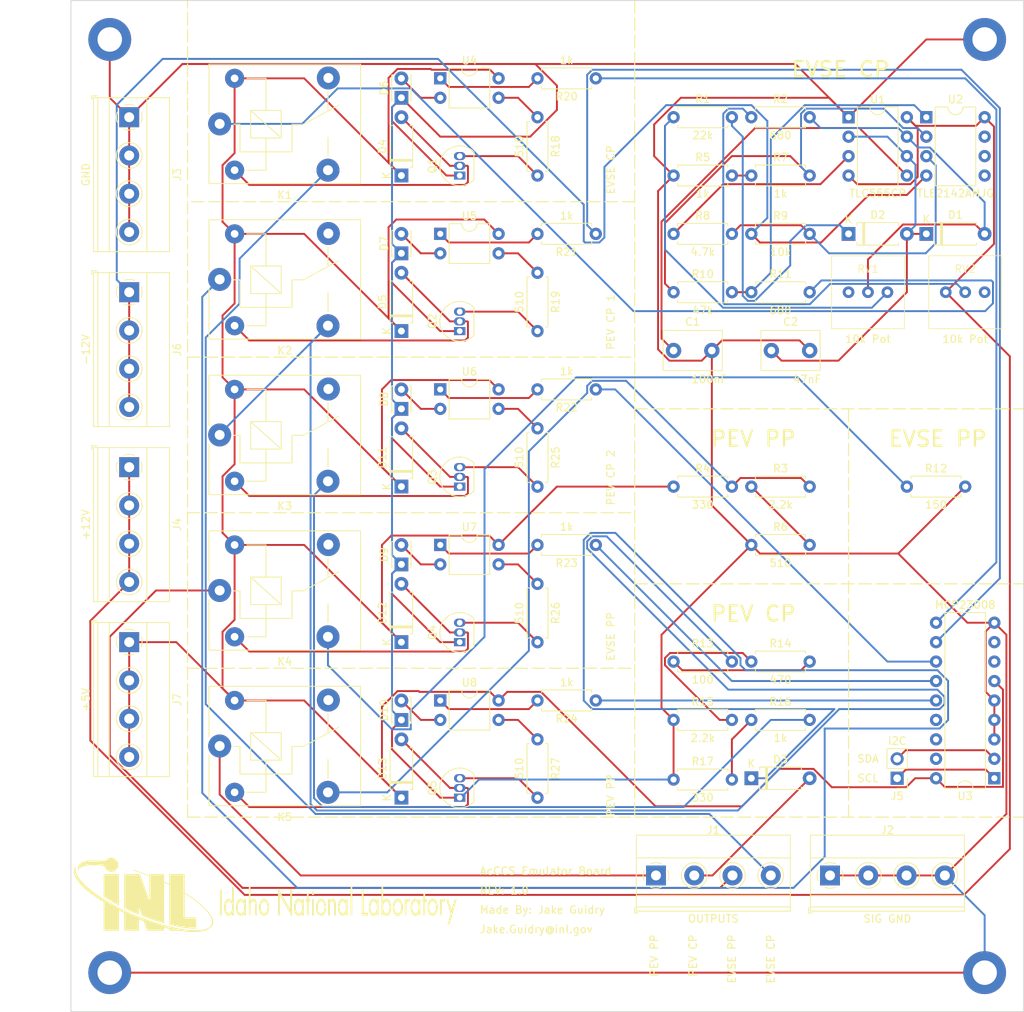
<source format=kicad_pcb>
(kicad_pcb (version 20221018) (generator pcbnew)
  (layers (0 "F.Cu" signal) (31 "B.Cu" signal) (34 "B.Paste" user) (35 "F.Paste" user) (36 "B.SilkS" user "B.Silkscreen") (37 "F.SilkS" user "F.Silkscreen") (38 "B.Mask" user) (39 "F.Mask" user) (44 "Edge.Cuts" user))
  (net 0 "")
  (net 1 "Net-(U1-CTL)")
  (net 2 "Net-(D1-K)")
  (net 3 "Net-(D1-A)")
  (net 4 "Net-(D2-K)")
  (net 5 "Net-(U2--)")
  (net 6 "Net-(U1-OUT)")
  (net 7 "Net-(U2-+)")
  (net 8 "Net-(R1-Pad1)")
  (net 9 "Net-(R2-Pad1)")
  (net 10 "Net-(J1-Pin_3)")
  (net 11 "Net-(J1-Pin_1)")
  (net 12 "Net-(J4-Pin_1)")
  (net 13 "Net-(J1-Pin_4)")
  (net 14 "Net-(D3-K)")
  (net 15 "Net-(D3-A)")
  (net 16 "Net-(J5-Pin_1)")
  (net 17 "Net-(J6-Pin_1)")
  (net 18 "Net-(J5-Pin_2)")
  (net 19 "Net-(R10-Pad2)")
  (net 20 "Net-(K1-Pad1)")
  (net 21 "Net-(D4-A)")
  (net 22 "Net-(D5-A)")
  (net 23 "Net-(D6-A)")
  (net 24 "Net-(D7-A)")
  (net 25 "Net-(D8-A)")
  (net 26 "Net-(D9-A)")
  (net 27 "Net-(D10-K)")
  (net 28 "Net-(D10-A)")
  (net 29 "Net-(D11-K)")
  (net 30 "Net-(D11-A)")
  (net 31 "Net-(D12-A)")
  (net 32 "Net-(D13-A)")
  (net 33 "Net-(K2-Pad3)")
  (net 34 "Net-(K3-Pad3)")
  (net 36 "Net-(K4-Pad3)")
  (net 37 "Net-(K5-Pad3)")
  (net 39 "Net-(R3-Pad1)")
  (net 40 "Net-(R5-Pad2)")
  (net 42 "Net-(R13-Pad1)")
  (net 43 "Net-(R19-Pad1)")
  (net 45 "Net-(U3-GP0)")
  (net 46 "Net-(R20-Pad2)")
  (net 48 "Net-(Q1-B)")
  (net 49 "Net-(Q2-B)")
  (net 50 "Net-(Q3-B)")
  (net 51 "Net-(Q4-B)")
  (net 52 "Net-(Q5-B)")
  (net 53 "Net-(R14-Pad1)")
  (net 54 "Net-(U3-GP1)")
  (net 55 "Net-(R16-Pad1)")
  (net 56 "Net-(R21-Pad2)")
  (net 57 "Net-(R18-Pad1)")
  (net 58 "Net-(U3-GP2)")
  (net 59 "Net-(R22-Pad2)")
  (net 60 "Net-(U3-GP3)")
  (net 61 "Net-(R23-Pad2)")
  (net 62 "Net-(U3-GP4)")
  (net 63 "Net-(R24-Pad2)")
  (net 64 "Net-(R25-Pad1)")
  (net 65 "Net-(R26-Pad1)")
  (net 66 "Net-(R27-Pad1)")
  (footprint "Resistor_THT:R_Axial_DIN0207_L6.3mm_D2.5mm_P7.62mm_Horizontal" (layer "F.Cu") (at 162.56 45.72)
    (fp_text reference "R5")
    (fp_text value "1k")
  )
  (footprint "Package_DIP:DIP-18_W7.62mm" (layer "F.Cu") (at 204.47 124.46 180)
    (fp_text reference "U3")
    (fp_text value "MCP23008")
  )
  (footprint "Diode_THT:D_A-405_P7.62mm_Horizontal" (layer "F.Cu") (at 127 127 90)
    (fp_text reference "D13")
    (fp_text value "~" hide)
  )
  (footprint "Package_DIP:DIP-8_W7.62mm" (layer "F.Cu") (at 195.58 38.1)
    (fp_text reference "U2")
    (fp_text value "TLE2142AMJG")
  )
  (footprint "Package_DIP:DIP-4_W7.62mm" (layer "F.Cu") (at 132.08 114.3)
    (fp_text reference "U8")
    (fp_text value "SFH617A-1")
  )
  (footprint "Resistor_THT:R_Axial_DIN0207_L6.3mm_D2.5mm_P7.62mm_Horizontal" (layer "F.Cu") (at 172.72 53.34)
    (fp_text reference "R9")
    (fp_text value "10k")
  )
  (footprint "Diode_THT:D_A-405_P7.62mm_Horizontal" (layer "F.Cu") (at 127 45.72 90)
    (fp_text reference "D4")
    (fp_text value "~" hide)
  )
  (footprint "Resistor_THT:R_Axial_DIN0207_L6.3mm_D2.5mm_P7.62mm_Horizontal" (layer "F.Cu") (at 144.78 119.38 -90)
    (fp_text reference "R27")
    (fp_text value "510")
  )
  (footprint "Resistor_THT:R_Axial_DIN0207_L6.3mm_D2.5mm_P7.62mm_Horizontal" (layer "F.Cu") (at 144.78 38.1 -90)
    (fp_text reference "R18")
    (fp_text value "510")
  )
  (footprint "Resistor_THT:R_Axial_DIN0207_L6.3mm_D2.5mm_P7.62mm_Horizontal" (layer "F.Cu") (at 144.78 99.06 -90)
    (fp_text reference "R26")
    (fp_text value "510")
  )
  (footprint "CustomFootprints:10K_TrimPot" (layer "F.Cu") (at 187.96 60.96)
    (fp_text reference "RV1")
    (fp_text value "10k Pot")
  )
  (footprint "Resistor_THT:R_Axial_DIN0207_L6.3mm_D2.5mm_P7.62mm_Horizontal" (layer "F.Cu") (at 193.04 86.36)
    (fp_text reference "R12")
    (fp_text value "150")
  )
  (footprint "Diode_THT:D_A-405_P7.62mm_Horizontal" (layer "F.Cu") (at 127 106.68 90)
    (fp_text reference "D12")
    (fp_text value "~" hide)
  )
  (footprint "Relay_THT:Relay_SPDT_SANYOU_SRD_Series_Form_C" (layer "F.Cu") (at 103.26 79.61)
    (fp_text reference "K3")
    (fp_text value "ORWH-SH-105D1F,000")
  )
  (footprint "Resistor_THT:R_Axial_DIN0207_L6.3mm_D2.5mm_P7.62mm_Horizontal" (layer "F.Cu") (at 162.56 53.34)
    (fp_text reference "R8")
    (fp_text value "4.7k")
  )
  (footprint "CustomFootprints:10K_TrimPot" (layer "F.Cu") (at 200.66 60.96)
    (fp_text reference "RV2")
    (fp_text value "10k Pot")
  )
  (footprint "TerminalBlock_Phoenix:TerminalBlock_Phoenix_MKDS-1,5-4_1x04_P5.00mm_Horizontal" (layer "F.Cu") (at 160.26 137.16)
    (fp_text reference "J1")
    (fp_text value "OUTPUTS")
  )
  (footprint "" (layer "F.Cu") (at 203.2 27.94)
    (fp_text reference "")
    (fp_text value "")
  )
  (footprint "TerminalBlock_Phoenix:TerminalBlock_Phoenix_MKDS-1,5-4_1x04_P5.00mm_Horizontal" (layer "F.Cu") (at 91.44 60.96 -90)
    (fp_text reference "J6")
    (fp_text value "-12V")
  )
  (footprint "Resistor_THT:R_Axial_DIN0207_L6.3mm_D2.5mm_P7.62mm_Horizontal" (layer "F.Cu") (at 152.4 33.02 180)
    (fp_text reference "R20")
    (fp_text value "1k")
  )
  (footprint "TerminalBlock_Phoenix:TerminalBlock_Phoenix_MKDS-1,5-4_1x04_P5.00mm_Horizontal" (layer "F.Cu") (at 91.44 83.82 -90)
    (fp_text reference "J4")
    (fp_text value "+12V")
  )
  (footprint "Resistor_THT:R_Axial_DIN0207_L6.3mm_D2.5mm_P7.62mm_Horizontal" (layer "F.Cu") (at 172.72 86.36)
    (fp_text reference "R3")
    (fp_text value "2.2k")
  )
  (footprint "Package_DIP:DIP-4_W7.62mm" (layer "F.Cu") (at 132.08 53.34)
    (fp_text reference "U5")
    (fp_text value "SFH617A-1")
  )
  (footprint "Relay_THT:Relay_SPDT_SANYOU_SRD_Series_Form_C" (layer "F.Cu") (at 103.26 120.25)
    (fp_text reference "K5")
    (fp_text value "ORWH-SH-105D1F,000")
  )
  (footprint "Resistor_THT:R_Axial_DIN0207_L6.3mm_D2.5mm_P7.62mm_Horizontal" (layer "F.Cu") (at 152.4 73.66 180)
    (fp_text reference "R22")
    (fp_text value "1k")
  )
  (footprint "Resistor_THT:R_Axial_DIN0207_L6.3mm_D2.5mm_P7.62mm_Horizontal" (layer "F.Cu") (at 144.78 78.74 -90)
    (fp_text reference "R25")
    (fp_text value "510")
  )
  (footprint "Capacitor_THT:C_Disc_D7.5mm_W5.0mm_P5.00mm" (layer "F.Cu") (at 175.34 68.58)
    (fp_text reference "C2")
    (fp_text value "47nF")
  )
  (footprint "Package_TO_SOT_THT:TO-92_Inline" (layer "F.Cu") (at 134.62 106.68 90)
    (fp_text reference "Q4")
    (fp_text value "2SC1815")
  )
  (footprint "Resistor_THT:R_Axial_DIN0207_L6.3mm_D2.5mm_P7.62mm_Horizontal" (layer "F.Cu") (at 162.56 86.36)
    (fp_text reference "R4")
    (fp_text value "330")
  )
  (footprint "Package_DIP:DIP-4_W7.62mm" (layer "F.Cu") (at 132.08 33.02)
    (fp_text reference "U4")
    (fp_text value "SFH617A-1")
  )
  (footprint "Diode_THT:D_A-405_P7.62mm_Horizontal" (layer "F.Cu") (at 127 86.36 90)
    (fp_text reference "D11")
    (fp_text value "~" hide)
  )
  (footprint "Resistor_THT:R_Axial_DIN0207_L6.3mm_D2.5mm_P7.62mm_Horizontal" (layer "F.Cu") (at 172.72 116.84)
    (fp_text reference "R16")
    (fp_text value "1k")
  )
  (footprint "Connector_PinHeader_2.54mm:PinHeader_1x02_P2.54mm_Vertical" (layer "F.Cu") (at 191.77 124.46 180)
    (fp_text reference "J5")
    (fp_text value "I2C")
  )
  (footprint "Resistor_THT:R_Axial_DIN0207_L6.3mm_D2.5mm_P7.62mm_Horizontal" (layer "F.Cu") (at 172.72 93.98)
    (fp_text reference "R6")
    (fp_text value "510")
  )
  (footprint "TerminalBlock_Phoenix:TerminalBlock_Phoenix_MKDS-1,5-4_1x04_P5.00mm_Horizontal" (layer "F.Cu") (at 183 137.16)
    (fp_text reference "J2")
    (fp_text value "SIG GND")
  )
  (footprint "Diode_THT:D_A-405_P7.62mm_Horizontal" (layer "F.Cu") (at 185.42 53.34)
    (fp_text reference "D2")
    (fp_text value "~" hide)
  )
  (footprint "Relay_THT:Relay_SPDT_SANYOU_SRD_Series_Form_C" (layer "F.Cu") (at 103.26 99.93)
    (fp_text reference "K4")
    (fp_text value "ORWH-SH-105D1F,000")
  )
  (footprint "Resistor_THT:R_Axial_DIN0207_L6.3mm_D2.5mm_P7.62mm_Horizontal" (layer "F.Cu") (at 172.72 109.22)
    (fp_text reference "R14")
    (fp_text value "470")
  )
  (footprint "Package_TO_SOT_THT:TO-92_Inline" (layer "F.Cu") (at 134.62 45.72 90)
    (fp_text reference "Q1")
    (fp_text value "2SC1815")
  )
  (footprint "LED_THT:LED_D1.8mm_W3.3mm_H2.4mm" (layer "F.Cu") (at 127 96.52 90)
    (fp_text reference "D9")
    (fp_text value "LED")
  )
  (footprint "Resistor_THT:R_Axial_DIN0207_L6.3mm_D2.5mm_P7.62mm_Horizontal" (layer "F.Cu") (at 162.56 116.84)
    (fp_text reference "R15")
    (fp_text value "2.2k")
  )
  (footprint "LED_THT:LED_D1.8mm_W3.3mm_H2.4mm" (layer "F.Cu") (at 127 55.88 90)
    (fp_text reference "D7")
    (fp_text value "LED")
  )
  (footprint "Resistor_THT:R_Axial_DIN0207_L6.3mm_D2.5mm_P7.62mm_Horizontal" (layer "F.Cu") (at 162.56 124.63)
    (fp_text reference "R17")
    (fp_text value "330")
  )
  (footprint "Package_TO_SOT_THT:TO-92_Inline" (layer "F.Cu") (at 134.62 66.04 90)
    (fp_text reference "Q2")
    (fp_text value "2SC1815")
  )
  (footprint "Resistor_THT:R_Axial_DIN0207_L6.3mm_D2.5mm_P7.62mm_Horizontal" (layer "F.Cu") (at 162.56 60.96)
    (fp_text reference "R10")
    (fp_text value "47k")
  )
  (footprint "LED_THT:LED_D1.8mm_W3.3mm_H2.4mm" (layer "F.Cu") (at 127 76.2 90)
    (fp_text reference "D8")
    (fp_text value "LED")
  )
  (footprint "Package_TO_SOT_THT:TO-92_Inline" (layer "F.Cu") (at 134.62 127 90)
    (fp_text reference "Q5")
    (fp_text value "2SC1815")
  )
  (footprint "Resistor_THT:R_Axial_DIN0207_L6.3mm_D2.5mm_P7.62mm_Horizontal" (layer "F.Cu") (at 152.4 53.34 180)
    (fp_text reference "R21")
    (fp_text value "1k")
  )
  (footprint "Diode_THT:D_A-405_P7.62mm_Horizontal" (layer "F.Cu") (at 172.72 124.46)
    (fp_text reference "D3")
    (fp_text value "~" hide)
  )
  (footprint "Diode_THT:D_A-405_P7.62mm_Horizontal" (layer "F.Cu") (at 127 66.04 90)
    (fp_text reference "D5")
    (fp_text value "~" hide)
  )
  (footprint "Relay_THT:Relay_SPDT_SANYOU_SRD_Series_Form_C" (layer "F.Cu") (at 103.26 38.97)
    (fp_text reference "K1")
    (fp_text value "ORWH-SH-105D1F,000")
  )
  (footprint "Resistor_THT:R_Axial_DIN0207_L6.3mm_D2.5mm_P7.62mm_Horizontal" (layer "F.Cu") (at 162.56 109.22)
    (fp_text reference "R13")
    (fp_text value "100")
  )
  (footprint "TerminalBlock_Phoenix:TerminalBlock_Phoenix_MKDS-1,5-4_1x04_P5.00mm_Horizontal" (layer "F.Cu") (at 91.44 38.1 -90)
    (fp_text reference "J3")
    (fp_text value "GND")
  )
  (footprint "Package_DIP:DIP-8_W7.62mm" (layer "F.Cu") (at 185.42 38.1)
    (fp_text reference "U1")
    (fp_text value "TLC555CP")
  )
  (footprint "Package_DIP:DIP-4_W7.62mm" (layer "F.Cu") (at 132.08 93.98)
    (fp_text reference "U7")
    (fp_text value "SFH617A-1")
  )
  (footprint "Resistor_THT:R_Axial_DIN0207_L6.3mm_D2.5mm_P7.62mm_Horizontal" (layer "F.Cu") (at 172.72 45.72)
    (fp_text reference "R7")
    (fp_text value "1k")
  )
  (footprint "Diode_THT:D_A-405_P7.62mm_Horizontal" (layer "F.Cu") (at 195.58 53.34)
    (fp_text reference "D1")
    (fp_text value "~" hide)
  )
  (footprint "Package_DIP:DIP-4_W7.62mm" (layer "F.Cu") (at 132.08 73.66)
    (fp_text reference "U6")
    (fp_text value "SFH617A-1")
  )
  (footprint "LED_THT:LED_D1.8mm_W3.3mm_H2.4mm" (layer "F.Cu") (at 127 35.56 90)
    (fp_text reference "D6")
    (fp_text value "LED")
  )
  (footprint "Resistor_THT:R_Axial_DIN0207_L6.3mm_D2.5mm_P7.62mm_Horizontal" (layer "F.Cu") (at 172.72 38.1)
    (fp_text reference "R2")
    (fp_text value "680")
  )
  (footprint "Resistor_THT:R_Axial_DIN0207_L6.3mm_D2.5mm_P7.62mm_Horizontal" (layer "F.Cu") (at 152.4 93.98 180)
    (fp_text reference "R23")
    (fp_text value "1k")
  )
  (footprint "Resistor_THT:R_Axial_DIN0207_L6.3mm_D2.5mm_P7.62mm_Horizontal" (layer "F.Cu") (at 172.72 60.96)
    (fp_text reference "R11")
    (fp_text value "680")
  )
  (footprint "MountingHole:MountingHole_3.2mm_M3_DIN965_Pad" (layer "F.Cu") (at 88.9 149.86)
    (fp_text reference "REF**" hide)
    (fp_text value "MountingHole_3.2mm_M3_DIN965_Pad")
  )
  (footprint "Resistor_THT:R_Axial_DIN0207_L6.3mm_D2.5mm_P7.62mm_Horizontal" (layer "F.Cu") (at 152.4 114.3 180)
    (fp_text reference "R24")
    (fp_text value "1k")
  )
  (footprint "Resistor_THT:R_Axial_DIN0207_L6.3mm_D2.5mm_P7.62mm_Horizontal" (layer "F.Cu") (at 144.78 58.42 -90)
    (fp_text reference "R19")
    (fp_text value "510")
  )
  (footprint "TerminalBlock_Phoenix:TerminalBlock_Phoenix_MKDS-1,5-4_1x04_P5.00mm_Horizontal" (layer "F.Cu") (at 91.44 106.68 -90)
    (fp_text reference "J7")
    (fp_text value "+5V")
  )
  (footprint "Relay_THT:Relay_SPDT_SANYOU_SRD_Series_Form_C" (layer "F.Cu") (at 103.26 59.29)
    (fp_text reference "K2")
    (fp_text value "ORWH-SH-105D1F,000")
  )
  (footprint "" (layer "F.Cu") (at 88.9 27.94)
    (fp_text reference "")
    (fp_text value "")
  )
  (footprint "Package_TO_SOT_THT:TO-92_Inline" (layer "F.Cu") (at 134.62 86.36 90)
    (fp_text reference "Q3")
    (fp_text value "2SC1815")
  )
  (footprint "LED_THT:LED_D1.8mm_W3.3mm_H2.4mm" (layer "F.Cu") (at 127 116.84 90)
    (fp_text reference "D10")
    (fp_text value "LED")
  )
  (footprint "LOGO" (layer "F.Cu") (at 109.22 139.7)
    (fp_text reference "G***" hide)
    (fp_text value "LOGO" hide)
  )
  (footprint "Resistor_THT:R_Axial_DIN0207_L6.3mm_D2.5mm_P7.62mm_Horizontal" (layer "F.Cu") (at 162.56 38.1)
    (fp_text reference "R1")
    (fp_text value "22k")
  )
  (footprint "Capacitor_THT:C_Disc_D7.5mm_W5.0mm_P5.00mm" (layer "F.Cu") (at 162.56 68.58)
    (fp_text reference "C1")
    (fp_text value "100nF")
  )
  (footprint "" (layer "F.Cu") (at 203.2 149.86)
    (fp_text reference "")
    (fp_text value "")
  )
  (gr_line (start 99.06 69.45) (end 157.48 69.45) (stroke (width 0.15) (type dash)) (layer "F.SilkS"))
  (gr_line (start 185.42 76.2) (end 185.42 129.54) (stroke (width 0.15) (type dash)) (layer "F.SilkS"))
  (gr_line (start 157.48 76.2) (end 208.28 76.2) (stroke (width 0.15) (type dash)) (layer "F.SilkS"))
  (gr_line (start 99.06 89.77) (end 157.48 89.77) (stroke (width 0.15) (type dash)) (layer "F.SilkS"))
  (gr_line (start 99.06 129.54) (end 157.48 129.54) (stroke (width 0.15) (type dash)) (layer "F.SilkS"))
  (gr_line (start 157.48 49.13) (end 99.06 49.13) (stroke (width 0.15) (type dash)) (layer "F.SilkS"))
  (gr_line (start 157.48 73.66) (end 157.48 129.54) (stroke (width 0.15) (type dash)) (layer "F.SilkS"))
  (gr_line (start 157.48 99.06) (end 208.28 99.06) (stroke (width 0.15) (type dash)) (layer "F.SilkS"))
  (gr_line (start 99.06 110.09) (end 157.48 110.09) (stroke (width 0.15) (type dash)) (layer "F.SilkS"))
  (gr_line (start 157.48 129.54) (end 208.28 129.54) (stroke (width 0.15) (type dash)) (layer "F.SilkS"))
  (gr_line (start 157.48 22.86) (end 157.48 73.66) (stroke (width 0.15) (type dash)) (layer "F.SilkS"))
  (gr_line (start 99.06 129.54) (end 99.06 22.86) (stroke (width 0.15) (type dash)) (layer "F.SilkS"))
  (gr_rect (start 83.82 22.86) (end 208.28 154.94) (stroke (width 0.1)) (fill none) (layer "Edge.Cuts"))
  (gr_text "PEV PP" (at 167.26 81.28) (layer "F.SilkS") (effects (font (size 2 2) (thickness 0.3)) (justify left bottom)))
  (gr_text "SDA" (at 187.96 121.92) (layer "F.SilkS") (effects (font (size 1 1))))
  (gr_text "AcCCS Emulator Board" (at 137.16 137.16) (layer "F.SilkS") (effects (font (size 1 1)) (justify left bottom)))
  (gr_text "EVSE CP" (at 175.26 144.78 90) (layer "F.SilkS") (effects (font (size 1 1)) (justify right)))
  (gr_text "SCL\n" (at 187.96 124.46) (layer "F.SilkS") (effects (font (size 1 1))))
  (gr_text "Made By: Jake Guidry" (at 137.16 142.24) (layer "F.SilkS") (effects (font (size 1 1)) (justify left bottom)))
  (gr_text "PEV PP" (at 154.94 129.54 90) (layer "F.SilkS") (effects (font (size 1 1)) (justify left bottom)))
  (gr_text "REV: 1.0\n" (at 137.16 139.7) (layer "F.SilkS") (effects (font (size 1 1)) (justify left bottom)))
  (gr_text "EVSE CP\n" (at 154.94 48.26 90) (layer "F.SilkS") (effects (font (size 1 1)) (justify left bottom)))
  (gr_text "PEV PP" (at 160.02 144.78 90) (layer "F.SilkS") (effects (font (size 1 1)) (justify right)))
  (gr_text "Jake.Guidry@inl.gov" (at 137.16 144.78) (layer "F.SilkS") (effects (font (size 1 1)) (justify left bottom)))
  (gr_text "PEV CP 1" (at 154.94 68.58 90) (layer "F.SilkS") (effects (font (size 1 1)) (justify left bottom)))
  (gr_text "EVSE PP" (at 154.94 109.22 90) (layer "F.SilkS") (effects (font (size 1 1)) (justify left bottom)))
  (gr_text "EVSE CP" (at 177.8 33.02) (layer "F.SilkS") (effects (font (size 2 2) (thickness 0.3)) (justify left bottom)))
  (gr_text "EVSE PP" (at 170.18 144.78 90) (layer "F.SilkS") (effects (font (size 1 1)) (justify right)))
  (gr_text "PEV CP" (at 167.26 104.14) (layer "F.SilkS") (effects (font (size 2 2) (thickness 0.3)) (justify left bottom)))
  (gr_text "PEV CP 2" (at 154.94 88.9 90) (layer "F.SilkS") (effects (font (size 1 1)) (justify left bottom)))
  (gr_text "EVSE PP\n" (at 190.5 81.28) (layer "F.SilkS") (effects (font (size 2 2) (thickness 0.3)) (justify left bottom)))
  (gr_text "PEV CP\n" (at 165.1 144.78 90) (layer "F.SilkS") (effects (font (size 1 1)) (justify right)))
  (segment (start 173.208604 39.515) (end 186.835 39.515) (width 0.25) (layer "F.Cu") (net 1))
  (segment (start 162.56 68.58) (end 160.985 67.005) (width 0.25) (layer "F.Cu") (net 1))
  (segment (start 160.985 51.738604) (end 173.208604 39.515) (width 0.25) (layer "F.Cu") (net 1))
  (segment (start 160.985 67.005) (end 160.985 51.738604) (width 0.25) (layer "F.Cu") (net 1))
  (segment (start 186.835 39.515) (end 193.04 45.72) (width 0.25) (layer "F.Cu") (net 1))
  (segment (start 195.58 53.34) (end 193.04 53.34) (width 0.25) (layer "F.Cu") (net 2))
  (segment (start 176.665 69.905) (end 184.095 69.905) (width 0.25) (layer "F.Cu") (net 2))
  (segment (start 175.34 68.58) (end 176.665 69.905) (width 0.25) (layer "F.Cu") (net 2))
  (segment (start 184.095 69.905) (end 193.04 60.96) (width 0.25) (layer "F.Cu") (net 2))
  (segment (start 193.04 60.96) (end 193.04 53.34) (width 0.25) (layer "F.Cu") (net 2))
  (segment (start 190.5 40.64) (end 193.04 43.18) (width 0.25) (layer "B.Cu") (net 2))
  (segment (start 185.42 40.64) (end 190.5 40.64) (width 0.25) (layer "B.Cu") (net 2))
  (segment (start 193.04 43.18) (end 194.165 44.305) (width 0.25) (layer "B.Cu") (net 2))
  (segment (start 194.165 52.215) (end 193.04 53.34) (width 0.25) (layer "B.Cu") (net 2))
  (segment (start 194.165 44.305) (end 194.165 52.215) (width 0.25) (layer "B.Cu") (net 2))
  (segment (start 192.532588 52.115) (end 201.975 52.115) (width 0.25) (layer "F.Cu") (net 3))
  (segment (start 187.96 60.96) (end 187.96 56.687588) (width 0.25) (layer "F.Cu") (net 3))
  (segment (start 187.96 56.687588) (end 192.532588 52.115) (width 0.25) (layer "F.Cu") (net 3))
  (segment (start 201.975 52.115) (end 203.2 53.34) (width 0.25) (layer "F.Cu") (net 3))
  (segment (start 193.04 40.64) (end 191.915 39.515) (width 0.25) (layer "B.Cu") (net 3))
  (segment (start 194.455 42.055) (end 196.045991 42.055) (width 0.25) (layer "B.Cu") (net 3))
  (segment (start 191.915 39.515) (end 181.755 39.515) (width 0.25) (layer "B.Cu") (net 3))
  (segment (start 196.045991 42.055) (end 203.2 49.209009) (width 0.25) (layer "B.Cu") (net 3))
  (segment (start 181.755 39.515) (end 180.34 38.1) (width 0.25) (layer "B.Cu") (net 3))
  (segment (start 203.2 49.209009) (end 203.2 53.34) (width 0.25) (layer "B.Cu") (net 3))
  (segment (start 193.04 40.64) (end 194.455 42.055) (width 0.25) (layer "B.Cu") (net 3))
  (segment (start 177.8 57.470991) (end 173.185991 62.085) (width 0.25) (layer "B.Cu") (net 4))
  (segment (start 171.595 61.425991) (end 171.595 40.64637) (width 0.25) (layer "B.Cu") (net 4))
  (segment (start 177.8 54.289009) (end 177.8 57.470991) (width 0.25) (layer "B.Cu") (net 4))
  (segment (start 173.185991 62.085) (end 172.254009 62.085) (width 0.25) (layer "B.Cu") (net 4))
  (segment (start 171.595 40.64637) (end 170.18 39.23137) (width 0.25) (layer "B.Cu") (net 4))
  (segment (start 179.874009 52.215) (end 177.8 54.289009) (width 0.25) (layer "B.Cu") (net 4))
  (segment (start 185.42 53.34) (end 184.295 52.215) (width 0.25) (layer "B.Cu") (net 4))
  (segment (start 184.295 52.215) (end 179.874009 52.215) (width 0.25) (layer "B.Cu") (net 4))
  (segment (start 172.254009 62.085) (end 171.595 61.425991) (width 0.25) (layer "B.Cu") (net 4))
  (segment (start 170.18 39.23137) (end 170.18 38.1) (width 0.25) (layer "B.Cu") (net 4))
  (segment (start 170.18 43.18) (end 177.8 43.18) (width 0.25) (layer "F.Cu") (net 5))
  (segment (start 161.435 59.835) (end 161.435 51.925) (width 0.25) (layer "F.Cu") (net 5))
  (segment (start 161.435 51.925) (end 170.18 43.18) (width 0.25) (layer "F.Cu") (net 5))
  (segment (start 177.8 43.18) (end 180.34 45.72) (width 0.25) (layer "F.Cu") (net 5))
  (segment (start 162.56 60.96) (end 161.435 59.835) (width 0.25) (layer "F.Cu") (net 5))
  (segment (start 179.874009 36.975) (end 179.215 37.634009) (width 0.25) (layer "B.Cu") (net 5))
  (segment (start 192.551396 39.515) (end 190.011396 36.975) (width 0.25) (layer "B.Cu") (net 5))
  (segment (start 195.58 40.64) (end 194.455 39.515) (width 0.25) (layer "B.Cu") (net 5))
  (segment (start 179.215 37.634009) (end 179.215 44.595) (width 0.25) (layer "B.Cu") (net 5))
  (segment (start 179.215 44.595) (end 180.34 45.72) (width 0.25) (layer "B.Cu") (net 5))
  (segment (start 190.011396 36.975) (end 179.874009 36.975) (width 0.25) (layer "B.Cu") (net 5))
  (segment (start 194.455 39.515) (end 192.551396 39.515) (width 0.25) (layer "B.Cu") (net 5))
  (segment (start 162.56 53.34) (end 169.055 46.845) (width 0.25) (layer "F.Cu") (net 6))
  (segment (start 169.055 46.845) (end 181.755 46.845) (width 0.25) (layer "F.Cu") (net 6))
  (segment (start 181.755 46.845) (end 185.42 43.18) (width 0.25) (layer "F.Cu") (net 6))
  (segment (start 171.305 52.215) (end 179.215 52.215) (width 0.25) (layer "F.Cu") (net 7))
  (segment (start 179.215 52.215) (end 180.34 53.34) (width 0.25) (layer "F.Cu") (net 7))
  (segment (start 170.18 53.34) (end 171.305 52.215) (width 0.25) (layer "F.Cu") (net 7))
  (segment (start 196.805 44.405) (end 196.805 54.565) (width 0.25) (layer "B.Cu") (net 7))
  (segment (start 195.58 43.18) (end 196.805 44.405) (width 0.25) (layer "B.Cu") (net 7))
  (segment (start 195.49 55.88) (end 182.88 55.88) (width 0.25) (layer "B.Cu") (net 7))
  (segment (start 196.805 54.565) (end 195.49 55.88) (width 0.25) (layer "B.Cu") (net 7))
  (segment (start 182.88 55.88) (end 180.34 53.34) (width 0.25) (layer "B.Cu") (net 7))
  (segment (start 190.5 60.96) (end 188.475 62.985) (width 0.25) (layer "B.Cu") (net 8))
  (segment (start 161.435 39.225) (end 162.56 38.1) (width 0.25) (layer "B.Cu") (net 8))
  (segment (start 161.435 55.391396) (end 161.435 39.225) (width 0.25) (layer "B.Cu") (net 8))
  (segment (start 169.028604 62.985) (end 161.435 55.391396) (width 0.25) (layer "B.Cu") (net 8))
  (segment (start 188.475 62.985) (end 169.028604 62.985) (width 0.25) (layer "B.Cu") (net 8))
  (segment (start 169.055 62.375) (end 169.215 62.535) (width 0.25) (layer "B.Cu") (net 9))
  (segment (start 180.355991 62.535) (end 183.017991 59.873) (width 0.25) (layer "B.Cu") (net 9))
  (segment (start 169.215 62.535) (end 180.355991 62.535) (width 0.25) (layer "B.Cu") (net 9))
  (segment (start 199.573 59.873) (end 200.66 60.96) (width 0.25) (layer "B.Cu") (net 9))
  (segment (start 171.595 36.975) (end 169.714009 36.975) (width 0.25) (layer "B.Cu") (net 9))
  (segment (start 169.714009 36.975) (end 169.055 37.634009) (width 0.25) (layer "B.Cu") (net 9))
  (segment (start 169.055 37.634009) (end 169.055 62.375) (width 0.25) (layer "B.Cu") (net 9))
  (segment (start 183.017991 59.873) (end 199.573 59.873) (width 0.25) (layer "B.Cu") (net 9))
  (segment (start 172.72 38.1) (end 171.595 36.975) (width 0.25) (layer "B.Cu") (net 9))
  (segment (start 103.26 99.93) (end 94.94 99.93) (width 0.25) (layer "F.Cu") (net 10))
  (segment (start 88.9 105.97) (end 88.9 121.438098) (width 0.25) (layer "F.Cu") (net 10))
  (segment (start 168.635 138.785) (end 170.26 137.16) (width 0.25) (layer "F.Cu") (net 10))
  (segment (start 106.246902 138.785) (end 168.635 138.785) (width 0.25) (layer "F.Cu") (net 10))
  (segment (start 94.94 99.93) (end 88.9 105.97) (width 0.25) (layer "F.Cu") (net 10))
  (segment (start 88.9 121.438098) (end 106.246902 138.785) (width 0.25) (layer "F.Cu") (net 10))
  (segment (start 113.842613 137.16) (end 160.26 137.16) (width 0.25) (layer "F.Cu") (net 11))
  (segment (start 113.842613 137.16) (end 103.26 126.577387) (width 0.25) (layer "F.Cu") (net 11))
  (segment (start 103.26 126.577387) (end 103.26 120.25) (width 0.25) (layer "F.Cu") (net 11))
  (segment (start 206.495 133.703098) (end 200.498098 139.7) (width 0.25) (layer "F.Cu") (net 12))
  (segment (start 203.2 38.1) (end 202.075 39.225) (width 0.25) (layer "F.Cu") (net 12))
  (segment (start 204.425 54.655) (end 204.425 39.325) (width 0.25) (layer "F.Cu") (net 12))
  (segment (start 186.545 46.845) (end 193.505991 46.845) (width 0.25) (layer "F.Cu") (net 12))
  (segment (start 91.44 93.82) (end 91.44 98.82) (width 0.25) (layer "F.Cu") (net 12))
  (segment (start 194.165 39.225) (end 193.04 38.1) (width 0.25) (layer "F.Cu") (net 12))
  (segment (start 91.44 83.82) (end 91.44 88.82) (width 0.25) (layer "F.Cu") (net 12))
  (segment (start 193.505991 46.845) (end 194.455 45.895991) (width 0.25) (layer "F.Cu") (net 12))
  (segment (start 202.075 39.225) (end 194.165 39.225) (width 0.25) (layer "F.Cu") (net 12))
  (segment (start 204.425 39.325) (end 203.2 38.1) (width 0.25) (layer "F.Cu") (net 12))
  (segment (start 86.36 119.534494) (end 86.36 103.9) (width 0.25) (layer "F.Cu") (net 12))
  (segment (start 200.498098 139.7) (end 106.525506 139.7) (width 0.25) (layer "F.Cu") (net 12))
  (segment (start 198.12 60.96) (end 204.425 54.655) (width 0.25) (layer "F.Cu") (net 12))
  (segment (start 91.44 88.82) (end 91.44 93.82) (width 0.25) (layer "F.Cu") (net 12))
  (segment (start 194.455 39.515) (end 193.04 38.1) (width 0.25) (layer "F.Cu") (net 12))
  (segment (start 198.12 60.96) (end 206.495 69.335) (width 0.25) (layer "F.Cu") (net 12))
  (segment (start 185.42 45.72) (end 186.545 46.845) (width 0.25) (layer "F.Cu") (net 12))
  (segment (start 194.455 45.895991) (end 194.455 39.515) (width 0.25) (layer "F.Cu") (net 12))
  (segment (start 206.495 69.335) (end 206.495 133.703098) (width 0.25) (layer "F.Cu") (net 12))
  (segment (start 106.525506 139.7) (end 86.36 119.534494) (width 0.25) (layer "F.Cu") (net 12))
  (segment (start 86.36 103.9) (end 91.44 98.82) (width 0.25) (layer "F.Cu") (net 12))
  (segment (start 115.788604 129.125) (end 167.225 129.125) (width 0.25) (layer "B.Cu") (net 13))
  (segment (start 101.435 66.887613) (end 101.435 114.771396) (width 0.25) (layer "B.Cu") (net 13))
  (segment (start 105.862387 56.567613) (end 105.862387 62.460226) (width 0.25) (layer "B.Cu") (net 13))
  (segment (start 105.862387 62.460226) (end 101.435 66.887613) (width 0.25) (layer "B.Cu") (net 13))
  (segment (start 101.435 114.771396) (end 115.788604 129.125) (width 0.25) (layer "B.Cu") (net 13))
  (segment (start 117.41 45.02) (end 105.862387 56.567613) (width 0.25) (layer "B.Cu") (net 13))
  (segment (start 167.225 129.125) (end 175.26 137.16) (width 0.25) (layer "B.Cu") (net 13))
  (segment (start 154.955991 92.405) (end 151.747613 92.405) (width 0.25) (layer "B.Cu") (net 14))
  (segment (start 151.934009 115.425) (end 183.568604 115.425) (width 0.25) (layer "B.Cu") (net 14))
  (segment (start 197.025991 110.345) (end 171.964009 110.345) (width 0.25) (layer "B.Cu") (net 14))
  (segment (start 171.305 108.754009) (end 154.955991 92.405) (width 0.25) (layer "B.Cu") (net 14))
  (segment (start 113.385 138.785) (end 178.233098 138.785) (width 0.25) (layer "B.Cu") (net 14))
  (segment (start 150.825 114.315991) (end 151.934009 115.425) (width 0.25) (layer "B.Cu") (net 14))
  (segment (start 198.425 111.744009) (end 197.025991 110.345) (width 0.25) (layer "B.Cu") (net 14))
  (segment (start 198.425 116.855991) (end 198.425 111.744009) (width 0.25) (layer "B.Cu") (net 14))
  (segment (start 150.825 93.327613) (end 150.825 114.315991) (width 0.25) (layer "B.Cu") (net 14))
  (segment (start 182.301396 117.965) (end 197.315991 117.965) (width 0.25) (layer "B.Cu") (net 14))
  (segment (start 171.305 109.685991) (end 171.305 108.754009) (width 0.25) (layer "B.Cu") (net 14))
  (segment (start 100.985 61.565) (end 100.985 126.385) (width 0.25) (layer "B.Cu") (net 14))
  (segment (start 174.533604 124.46) (end 172.72 124.46) (width 0.25) (layer "B.Cu") (net 14))
  (segment (start 171.964009 110.345) (end 171.305 109.685991) (width 0.25) (layer "B.Cu") (net 14))
  (segment (start 197.315991 117.965) (end 198.425 116.855991) (width 0.25) (layer "B.Cu") (net 14))
  (segment (start 178.233098 138.785) (end 182.301396 134.716702) (width 0.25) (layer "B.Cu") (net 14))
  (segment (start 100.985 126.385) (end 113.385 138.785) (width 0.25) (layer "B.Cu") (net 14))
  (segment (start 182.301396 134.716702) (end 182.301396 117.965) (width 0.25) (layer "B.Cu") (net 14))
  (segment (start 103.26 59.29) (end 100.985 61.565) (width 0.25) (layer "B.Cu") (net 14))
  (segment (start 183.568604 115.425) (end 174.533604 124.46) (width 0.25) (layer "B.Cu") (net 14))
  (segment (start 151.747613 92.405) (end 150.825 93.327613) (width 0.25) (layer "B.Cu") (net 14))
  (segment (start 167.64 137.16) (end 165.26 137.16) (width 0.25) (layer "F.Cu") (net 15))
  (segment (start 180.34 124.46) (end 167.64 137.16) (width 0.25) (layer "F.Cu") (net 15))
  (segment (start 203.345 123.335) (end 204.47 124.46) (width 0.25) (layer "F.Cu") (net 16))
  (segment (start 192.895 123.335) (end 203.345 123.335) (width 0.25) (layer "F.Cu") (net 16))
  (segment (start 191.77 124.46) (end 192.895 123.335) (width 0.25) (layer "F.Cu") (net 16))
  (segment (start 91.44 60.96) (end 91.44 65.96) (width 0.25) (layer "F.Cu") (net 17))
  (segment (start 193.04 48.26) (end 195.58 45.72) (width 0.25) (layer "F.Cu") (net 17))
  (segment (start 173.845 54.465) (end 181.845 54.465) (width 0.25) (layer "F.Cu") (net 17))
  (segment (start 172.72 53.34) (end 173.845 54.465) (width 0.25) (layer "F.Cu") (net 17))
  (segment (start 91.44 70.96) (end 91.44 75.96) (width 0.25) (layer "F.Cu") (net 17))
  (segment (start 91.44 65.96) (end 91.44 70.96) (width 0.25) (layer "F.Cu") (net 17))
  (segment (start 188.05 48.26) (end 193.04 48.26) (width 0.25) (layer "F.Cu") (net 17))
  (segment (start 181.845 54.465) (end 188.05 48.26) (width 0.25) (layer "F.Cu") (net 17))
  (segment (start 89.815 59.335) (end 89.815 36.475) (width 0.25) (layer "B.Cu") (net 17))
  (segment (start 152.865991 54.465) (end 153.525 53.805991) (width 0.25) (layer "B.Cu") (net 17))
  (segment (start 95.81 30.48) (end 131.79 30.48) (width 0.25) (layer "B.Cu") (net 17))
  (segment (start 174.81 51.25) (end 172.72 53.34) (width 0.25) (layer "B.Cu") (net 17))
  (segment (start 91.44 60.96) (end 89.815 59.335) (width 0.25) (layer "B.Cu") (net 17))
  (segment (start 150.985 54.465) (end 152.865991 54.465) (width 0.25) (layer "B.Cu") (net 17))
  (segment (start 153.525 53.805991) (end 153.525 44.595) (width 0.25) (layer "B.Cu") (net 17))
  (segment (start 89.815 36.475) (end 95.81 30.48) (width 0.25) (layer "B.Cu") (net 17))
  (segment (start 174.81 38.599009) (end 174.81 51.25) (width 0.25) (layer "B.Cu") (net 17))
  (segment (start 161.595 36.525) (end 172.735991 36.525) (width 0.25) (layer "B.Cu") (net 17))
  (segment (start 131.79 30.48) (end 150.825 49.515) (width 0.25) (layer "B.Cu") (net 17))
  (segment (start 172.735991 36.525) (end 174.81 38.599009) (width 0.25) (layer "B.Cu") (net 17))
  (segment (start 150.825 54.305) (end 150.985 54.465) (width 0.25) (layer "B.Cu") (net 17))
  (segment (start 153.525 44.595) (end 161.595 36.525) (width 0.25) (layer "B.Cu") (net 17))
  (segment (start 150.825 49.515) (end 150.825 54.305) (width 0.25) (layer "B.Cu") (net 17))
  (segment (start 191.77 121.92) (end 192.895 120.795) (width 0.25) (layer "F.Cu") (net 18))
  (segment (start 192.895 120.795) (end 203.345 120.795) (width 0.25) (layer "F.Cu") (net 18))
  (segment (start 203.345 120.795) (end 204.47 121.92) (width 0.25) (layer "F.Cu") (net 18))
  (segment (start 172.72 60.96) (end 170.18 60.96) (width 0.25) (layer "F.Cu") (net 19))
  (segment (start 179.687613 36.525) (end 175.26 40.952613) (width 0.25) (layer "B.Cu") (net 19))
  (segment (start 194.005 36.525) (end 179.687613 36.525) (width 0.25) (layer "B.Cu") (net 19))
  (segment (start 195.58 38.1) (end 194.005 36.525) (width 0.25) (layer "B.Cu") (net 19))
  (segment (start 175.26 40.952613) (end 175.26 58.42) (width 0.25) (layer "B.Cu") (net 19))
  (segment (start 175.26 58.42) (end 172.72 60.96) (width 0.25) (layer "B.Cu") (net 19))
  (segment (start 128.225 34.335) (end 157.325 63.435) (width 0.25) (layer "B.Cu") (net 20))
  (segment (start 103.26 38.97) (end 114.04094 38.97) (width 0.25) (layer "B.Cu") (net 20))
  (segment (start 181.877 59.423) (end 180.34 60.96) (width 0.25) (layer "B.Cu") (net 20))
  (segment (start 118.67594 34.335) (end 128.225 34.335) (width 0.25) (layer "B.Cu") (net 20))
  (segment (start 157.325 63.435) (end 203.265 63.435) (width 0.25) (layer "B.Cu") (net 20))
  (segment (start 204.287 59.632) (end 204.078 59.423) (width 0.25) (layer "B.Cu") (net 20))
  (segment (start 204.287 62.413) (end 204.287 59.632) (width 0.25) (layer "B.Cu") (net 20))
  (segment (start 114.04094 38.97) (end 118.67594 34.335) (width 0.25) (layer "B.Cu") (net 20))
  (segment (start 204.078 59.423) (end 181.877 59.423) (width 0.25) (layer "B.Cu") (net 20))
  (segment (start 203.265 63.435) (end 204.287 62.413) (width 0.25) (layer "B.Cu") (net 20))
  (segment (start 107.135 46.945) (end 135.32 46.945) (width 0.25) (layer "F.Cu") (net 21))
  (segment (start 127 38.1) (end 133.35 44.45) (width 0.25) (layer "F.Cu") (net 21))
  (segment (start 135.695 46.57) (end 135.695 44.525) (width 0.25) (layer "F.Cu") (net 21))
  (segment (start 105.21 45.02) (end 107.135 46.945) (width 0.25) (layer "F.Cu") (net 21))
  (segment (start 135.695 44.525) (end 135.62 44.45) (width 0.25) (layer "F.Cu") (net 21))
  (segment (start 135.62 44.45) (end 134.62 44.45) (width 0.25) (layer "F.Cu") (net 21))
  (segment (start 135.32 46.945) (end 135.695 46.57) (width 0.25) (layer "F.Cu") (net 21))
  (segment (start 133.35 44.45) (end 134.62 44.45) (width 0.25) (layer "F.Cu") (net 21))
  (segment (start 105.21 65.34) (end 107.135 67.265) (width 0.25) (layer "F.Cu") (net 22))
  (segment (start 135.695 64.845) (end 135.62 64.77) (width 0.25) (layer "F.Cu") (net 22))
  (segment (start 107.135 67.265) (end 135.32 67.265) (width 0.25) (layer "F.Cu") (net 22))
  (segment (start 133.35 64.77) (end 134.62 64.77) (width 0.25) (layer "F.Cu") (net 22))
  (segment (start 135.695 66.89) (end 135.695 64.845) (width 0.25) (layer "F.Cu") (net 22))
  (segment (start 135.32 67.265) (end 135.695 66.89) (width 0.25) (layer "F.Cu") (net 22))
  (segment (start 127 58.42) (end 133.35 64.77) (width 0.25) (layer "F.Cu") (net 22))
  (segment (start 135.62 64.77) (end 134.62 64.77) (width 0.25) (layer "F.Cu") (net 22))
  (segment (start 127 33.02) (end 129.54 35.56) (width 0.25) (layer "F.Cu") (net 23))
  (segment (start 129.54 35.56) (end 132.08 35.56) (width 0.25) (layer "F.Cu") (net 23))
  (segment (start 127 53.34) (end 129.54 55.88) (width 0.25) (layer "F.Cu") (net 24))
  (segment (start 129.54 55.88) (end 132.08 55.88) (width 0.25) (layer "F.Cu") (net 24))
  (segment (start 127 73.66) (end 129.54 76.2) (width 0.25) (layer "F.Cu") (net 25))
  (segment (start 129.54 76.2) (end 132.08 76.2) (width 0.25) (layer "F.Cu") (net 25))
  (segment (start 129.54 96.52) (end 132.08 96.52) (width 0.25) (layer "F.Cu") (net 26))
  (segment (start 127 93.98) (end 129.54 96.52) (width 0.25) (layer "F.Cu") (net 26))
  (segment (start 167.56 68.58) (end 166.235 69.905) (width 0.25) (layer "F.Cu") (net 27))
  (segment (start 132.887588 45.72) (end 134.62 45.72) (width 0.25) (layer "F.Cu") (net 27))
  (segment (start 132.08 127) (end 134.62 127) (width 0.25) (layer "F.Cu") (net 27))
  (segment (start 125.775 59.735) (end 132.08 66.04) (width 0.25) (layer "F.Cu") (net 27))
  (segment (start 125.775 77.425) (end 125.775 80.055) (width 0.25) (layer "F.Cu") (net 27))
  (segment (start 160.02 39.049009) (end 163.509009 35.56) (width 0.25) (layer "F.Cu") (net 27))
  (segment (start 144.495991 31.145) (end 147.32 33.969009) (width 0.25) (layer "F.Cu") (net 27))
  (segment (start 195.58 27.94) (end 185.42 38.1) (width 0.25) (layer "F.Cu") (net 27))
  (segment (start 179.015 67.255) (end 180.34 68.58) (width 0.25) (layer "F.Cu") (net 27))
  (segment (start 172.72 93.98) (end 167.56 88.82) (width 0.25) (layer "F.Cu") (net 27))
  (segment (start 206.045 129.115) (end 206.045 105.715) (width 0.25) (layer "F.Cu") (net 27))
  (segment (start 172.72 93.98) (end 173.845 95.105) (width 0.25) (layer "F.Cu") (net 27))
  (segment (start 162.56 124.63) (end 162.56 116.84) (width 0.25) (layer "F.Cu") (net 27))
  (segment (start 125.775 97.745) (end 125.775 100.375) (width 0.25) (layer "F.Cu") (net 27))
  (segment (start 162.56 45.72) (end 160.02 43.18) (width 0.25) (layer "F.Cu") (net 27))
  (segment (start 182.88 35.56) (end 185.42 38.1) (width 0.25) (layer "F.Cu") (net 27))
  (segment (start 125.775 57.105) (end 125.775 59.735) (width 0.25) (layer "F.Cu") (net 27))
  (segment (start 132.08 66.04) (end 134.62 66.04) (width 0.25) (layer "F.Cu") (net 27))
  (segment (start 127 116.84) (end 125.775 118.065) (width 0.25) (layer "F.Cu") (net 27))
  (segment (start 163.509009 35.56) (end 182.88 35.56) (width 0.25) (layer "F.Cu") (net 27))
  (segment (start 206.045 105.715) (end 204.47 104.14) (width 0.25) (layer "F.Cu") (net 27))
  (segment (start 204.47 104.14) (end 200.95 104.14) (width 0.25) (layer "F.Cu") (net 27))
  (segment (start 127 35.56) (end 125.775 36.785) (width 0.25) (layer "F.Cu") (net 27))
  (segment (start 203.2 27.94) (end 195.58 27.94) (width 0.25) (layer "F.Cu") (net 27))
  (segment (start 204.47 116.84) (end 204.47 119.38) (width 0.25) (layer "F.Cu") (net 27))
  (segment (start 91.44 38.1) (end 98.395 31.145) (width 0.25) (layer "F.Cu") (net 27))
  (segment (start 143.830991 40.64) (end 132.08 40.64) (width 0.25) (layer "F.Cu") (net 27))
  (segment (start 88.9 35.56) (end 91.44 38.1) (width 0.25) (layer "F.Cu") (net 27))
  (segment (start 98.395 31.145) (end 178.465 31.145) (width 0.25) (layer "F.Cu") (net 27))
  (segment (start 198 137.16) (end 206.045 129.115) (width 0.25) (layer "F.Cu") (net 27))
  (segment (start 162.56 116.84) (end 160.985 115.265) (width 0.25) (layer "F.Cu") (net 27))
  (segment (start 178.465 31.145) (end 185.42 38.1) (width 0.25) (layer "F.Cu") (net 27))
  (segment (start 160.985 105.715) (end 172.72 93.98) (width 0.25) (layer "F.Cu") (net 27))
  (segment (start 188 137.16) (end 193 137.16) (width 0.25) (layer "F.Cu") (net 27))
  (segment (start 203.345 105.265) (end 204.47 104.14) (width 0.25) (layer "F.Cu") (net 27))
  (segment (start 160.535 47.745) (end 162.56 45.72) (width 0.25) (layer "F.Cu") (net 27))
  (segment (start 125.775 120.695) (end 132.08 127) (width 0.25) (layer "F.Cu") (net 27))
  (segment (start 160.535 68.428833) (end 160.535 47.745) (width 0.25) (layer "F.Cu") (net 27))
  (segment (start 98.395 31.145) (end 144.495991 31.145) (width 0.25) (layer "F.Cu") (net 27))
  (segment (start 132.08 40.64) (end 127 35.56) (width 0.25) (layer "F.Cu") (net 27))
  (segment (start 125.775 38.607412) (end 132.887588 45.72) (width 0.25) (layer "F.Cu") (net 27))
  (segment (start 191.915 95.105) (end 200.66 86.36) (width 0.25) (layer "F.Cu") (net 27))
  (segment (start 147.32 33.969009) (end 147.32 37.150991) (width 0.25) (layer "F.Cu") (net 27))
  (segment (start 167.56 88.82) (end 167.56 68.58) (width 0.25) (layer "F.Cu") (net 27))
  (segment (start 193 137.16) (end 198 137.16) (width 0.25) (layer "F.Cu") (net 27))
  (segment (start 91.44 38.1) (end 91.44 43.1) (width 0.25) (layer "F.Cu") (net 27))
  (segment (start 88.9 27.94) (end 88.9 35.56) (width 0.25) (layer "F.Cu") (net 27))
  (segment (start 125.775 100.375) (end 132.08 106.68) (width 0.25) (layer "F.Cu") (net 27))
  (segment (start 127 76.2) (end 125.775 77.425) (width 0.25) (layer "F.Cu") (net 27))
  (segment (start 183 137.16) (end 188 137.16) (width 0.25) (layer "F.Cu") (net 27))
  (segment (start 132.08 106.68) (end 134.62 106.68) (width 0.25) (layer "F.Cu") (net 27))
  (segment (start 125.775 36.785) (end 125.775 38.607412) (width 0.25) (layer "F.Cu") (net 27))
  (segment (start 127 96.52) (end 125.775 97.745) (width 0.25) (layer "F.Cu") (net 27))
  (segment (start 173.845 95.105) (end 191.915 95.105) (width 0.25) (layer "F.Cu") (net 27))
  (segment (start 160.02 43.18) (end 160.02 39.049009) (width 0.25) (layer "F.Cu") (net 27))
  (segment (start 166.235 69.905) (end 162.011167 69.905) (width 0.25) (layer "F.Cu") (net 27))
  (segment (start 127 55.88) (end 125.775 57.105) (width 0.25) (layer "F.Cu") (net 27))
  (segment (start 167.56 68.58) (end 168.885 67.255) (width 0.25) (layer "F.Cu") (net 27))
  (segment (start 168.885 67.255) (end 179.015 67.255) (width 0.25) (layer "F.Cu") (net 27))
  (segment (start 91.44 48.1) (end 91.44 53.1) (width 0.25) (layer "F.Cu") (net 27))
  (segment (start 91.44 43.1) (end 91.44 48.1) (width 0.25) (layer "F.Cu") (net 27))
  (segment (start 203.345 113.175) (end 203.345 105.265) (width 0.25) (layer "F.Cu") (net 27))
  (segment (start 125.775 80.055) (end 132.08 86.36) (width 0.25) (layer "F.Cu") (net 27))
  (segment (start 204.47 114.3) (end 204.47 116.84) (width 0.25) (layer "F.Cu") (net 27))
  (segment (start 200.95 104.14) (end 191.915 95.105) (width 0.25) (layer "F.Cu") (net 27))
  (segment (start 162.011167 69.905) (end 160.535 68.428833) (width 0.25) (layer "F.Cu") (net 27))
  (segment (start 125.775 118.065) (end 125.775 120.695) (width 0.25) (layer "F.Cu") (net 27))
  (segment (start 204.47 114.3) (end 203.345 113.175) (width 0.25) (layer "F.Cu") (net 27))
  (segment (start 132.08 86.36) (end 134.62 86.36) (width 0.25) (layer "F.Cu") (net 27))
  (segment (start 160.985 115.265) (end 160.985 105.715) (width 0.25) (layer "F.Cu") (net 27))
  (segment (start 147.32 37.150991) (end 143.830991 40.64) (width 0.25) (layer "F.Cu") (net 27))
  (segment (start 88.9 149.86) (end 203.2 149.86) (width 0.25) (layer "F.Cu") (net 27))
  (segment (start 127 76.2) (end 125.775 74.975) (width 0.25) (layer "B.Cu") (net 27))
  (segment (start 127 116.84) (end 125.775 115.615) (width 0.25) (layer "B.Cu") (net 27))
  (segment (start 127 96.52) (end 125.775 95.295) (width 0.25) (layer "B.Cu") (net 27))
  (segment (start 125.775 57.105) (end 127 55.88) (width 0.25) (layer "B.Cu") (net 27))
  (segment (start 125.775 54.655) (end 125.775 36.785) (width 0.25) (layer "B.Cu") (net 27))
  (segment (start 134.777082 127) (end 134.62 127) (width 0.25) (layer "B.Cu") (net 27))
  (segment (start 125.775 95.295) (end 125.775 77.425) (width 0.25) (layer "B.Cu") (net 27))
  (segment (start 203.2 149.86) (end 203.2 142.36) (width 0.25) (layer "B.Cu") (net 27))
  (segment (start 125.775 77.425) (end 127 76.2) (width 0.25) (layer "B.Cu") (net 27))
  (segment (start 127 55.88) (end 125.775 54.655) (width 0.25) (layer "B.Cu") (net 27))
  (segment (start 125.775 36.785) (end 127 35.56) (width 0.25) (layer "B.Cu") (net 27))
  (segment (start 137.147082 124.63) (end 134.777082 127) (width 0.25) (layer "B.Cu") (net 27))
  (segment (start 162.56 124.63) (end 137.147082 124.63) (width 0.25) (layer "B.Cu") (net 27))
  (segment (start 203.2 142.36) (end 198 137.16) (width 0.25) (layer "B.Cu") (net 27))
  (segment (start 125.775 97.745) (end 127 96.52) (width 0.25) (layer "B.Cu") (net 27))
  (segment (start 125.775 74.975) (end 125.775 57.105) (width 0.25) (layer "B.Cu") (net 27))
  (segment (start 125.775 115.615) (end 125.775 97.745) (width 0.25) (layer "B.Cu") (net 27))
  (segment (start 127 114.3) (end 129.54 116.84) (width 0.25) (layer "F.Cu") (net 28))
  (segment (start 129.54 116.84) (end 132.08 116.84) (width 0.25) (layer "F.Cu") (net 28))
  (segment (start 205.595 125.585) (end 197.975 125.585) (width 0.25) (layer "F.Cu") (net 29))
  (segment (start 147.32 86.36) (end 139.7 93.98) (width 0.25) (layer "F.Cu") (net 29))
  (segment (start 103.635 112.725) (end 105.21 114.3) (width 0.25) (layer "F.Cu") (net 29))
  (segment (start 105.21 93.98) (end 105.21 103.752613) (width 0.25) (layer "F.Cu") (net 29))
  (segment (start 91.44 116.68) (end 91.44 111.68) (width 0.25) (layer "F.Cu") (net 29))
  (segment (start 105.21 114.3) (end 114.3 114.3) (width 0.25) (layer "F.Cu") (net 29))
  (segment (start 105.21 73.66) (end 105.21 83.432613) (width 0.25) (layer "F.Cu") (net 29))
  (segment (start 114.3 93.98) (end 127 106.68) (width 0.25) (layer "F.Cu") (net 29))
  (segment (start 126.492588 113.075) (end 124.46 115.107588) (width 0.25) (layer "F.Cu") (net 29))
  (segment (start 183.247412 125.635) (end 180.847412 123.235) (width 0.25) (layer "F.Cu") (net 29))
  (segment (start 139.7 33.02) (end 138.575 31.895) (width 0.25) (layer "F.Cu") (net 29))
  (segment (start 105.21 73.66) (end 114.3 73.66) (width 0.25) (layer "F.Cu") (net 29))
  (segment (start 160.195991 128.125) (end 145.245991 113.175) (width 0.25) (layer "F.Cu") (net 29))
  (segment (start 103.635 64.005) (end 103.635 72.085) (width 0.25) (layer "F.Cu") (net 29))
  (segment (start 105.21 83.432613) (end 103.635 85.007613) (width 0.25) (layer "F.Cu") (net 29))
  (segment (start 138.575 113.175) (end 129.35 113.175) (width 0.25) (layer "F.Cu") (net 29))
  (segment (start 125.325 32.962588) (end 125.325 44.045) (width 0.25) (layer "F.Cu") (net 29))
  (segment (start 138.475 72.435) (end 125.685 72.435) (width 0.25) (layer "F.Cu") (net 29))
  (segment (start 105.21 53.34) (end 114.3 53.34) (width 0.25) (layer "F.Cu") (net 29))
  (segment (start 180.847412 123.235) (end 176.395 123.235) (width 0.25) (layer "F.Cu") (net 29))
  (segment (start 139.7 93.98) (end 138.475 92.755) (width 0.25) (layer "F.Cu") (net 29))
  (segment (start 91.44 106.68) (end 91.44 111.68) (width 0.25) (layer "F.Cu") (net 29))
  (segment (start 105.21 53.34) (end 105.21 62.43) (width 0.25) (layer "F.Cu") (net 29))
  (segment (start 194.12 124.46) (end 192.945 125.635) (width 0.25) (layer "F.Cu") (net 29))
  (segment (start 91.44 121.68) (end 91.44 116.68) (width 0.25) (layer "F.Cu") (net 29))
  (segment (start 205.595 112.885) (end 205.595 125.585) (width 0.25) (layer "F.Cu") (net 29))
  (segment (start 176.395 123.235) (end 171.505 128.125) (width 0.25) (layer "F.Cu") (net 29))
  (segment (start 129.25 113.075) (end 126.492588 113.075) (width 0.25) (layer "F.Cu") (net 29))
  (segment (start 139.7 53.34) (end 137.825 51.465) (width 0.25) (layer "F.Cu") (net 29))
  (segment (start 103.635 51.765) (end 105.21 53.34) (width 0.25) (layer "F.Cu") (net 29))
  (segment (start 197.975 125.585) (end 196.85 124.46) (width 0.25) (layer "F.Cu") (net 29))
  (segment (start 126.335 51.465) (end 125.325 52.475) (width 0.25) (layer "F.Cu") (net 29))
  (segment (start 139.7 73.66) (end 138.475 72.435) (width 0.25) (layer "F.Cu") (net 29))
  (segment (start 125.685 72.435) (end 124.46 73.66) (width 0.25) (layer "F.Cu") (net 29))
  (segment (start 126.492588 31.795) (end 125.325 32.962588) (width 0.25) (layer "F.Cu") (net 29))
  (segment (start 130.855 31.795) (end 126.492588 31.795) (width 0.25) (layer "F.Cu") (net 29))
  (segment (start 125.325 52.475) (end 125.325 64.365) (width 0.25) (layer "F.Cu") (net 29))
  (segment (start 192.945 125.635) (end 183.247412 125.635) (width 0.25) (layer "F.Cu") (net 29))
  (segment (start 114.3 114.3) (end 127 127) (width 0.25) (layer "F.Cu") (net 29))
  (segment (start 139.7 114.3) (end 138.575 113.175) (width 0.25) (layer "F.Cu") (net 29))
  (segment (start 97.59 106.68) (end 105.21 114.3) (width 0.25) (layer "F.Cu") (net 29))
  (segment (start 114.3 73.66) (end 127 86.36) (width 0.25) (layer "F.Cu") (net 29))
  (segment (start 103.635 92.405) (end 105.21 93.98) (width 0.25) (layer "F.Cu") (net 29))
  (segment (start 124.46 115.107588) (end 124.46 124.46) (width 0.25) (layer "F.Cu") (net 29))
  (segment (start 103.635 72.085) (end 105.21 73.66) (width 0.25) (layer "F.Cu") (net 29))
  (segment (start 105.21 33.02) (end 114.3 33.02) (width 0.25) (layer "F.Cu") (net 29))
  (segment (start 171.505 128.125) (end 160.195991 128.125) (width 0.25) (layer "F.Cu") (net 29))
  (segment (start 145.245991 113.175) (end 140.825 113.175) (width 0.25) (layer "F.Cu") (net 29))
  (segment (start 105.21 33.02) (end 105.21 42.792613) (width 0.25) (layer "F.Cu") (net 29))
  (segment (start 103.635 44.367613) (end 103.635 51.765) (width 0.25) (layer "F.Cu") (net 29))
  (segment (start 91.44 106.68) (end 97.59 106.68) (width 0.25) (layer "F.Cu") (net 29))
  (segment (start 124.46 93.98) (end 124.46 104.14) (width 0.25) (layer "F.Cu") (net 29))
  (segment (start 204.47 111.76) (end 205.595 112.885) (width 0.25) (layer "F.Cu") (net 29))
  (segment (start 137.825 51.465) (end 126.335 51.465) (width 0.25) (layer "F.Cu") (net 29))
  (segment (start 105.21 42.792613) (end 103.635 44.367613) (width 0.25) (layer "F.Cu") (net 29))
  (segment (start 124.46 104.14) (end 127 106.68) (width 0.25) (layer "F.Cu") (net 29))
  (segment (start 130.955 31.895) (end 130.855 31.795) (width 0.25) (layer "F.Cu") (net 29))
  (segment (start 105.21 103.752613) (end 103.635 105.327613) (width 0.25) (layer "F.Cu") (net 29))
  (segment (start 114.3 33.02) (end 127 45.72) (width 0.25) (layer "F.Cu") (net 29))
  (segment (start 125.685 92.755) (end 124.46 93.98) (width 0.25) (layer "F.Cu") (net 29))
  (segment (start 103.635 85.007613) (end 103.635 92.405) (width 0.25) (layer "F.Cu") (net 29))
  (segment (start 138.575 31.895) (end 130.955 31.895) (width 0.25) (layer "F.Cu") (net 29))
  (segment (start 105.21 93.98) (end 114.3 93.98) (width 0.25) (layer "F.Cu") (net 29))
  (segment (start 124.46 83.82) (end 127 86.36) (width 0.25) (layer "F.Cu") (net 29))
  (segment (start 162.56 86.36) (end 147.32 86.36) (width 0.25) (layer "F.Cu") (net 29))
  (segment (start 140.825 113.175) (end 139.7 114.3) (width 0.25) (layer "F.Cu") (net 29))
  (segment (start 124.46 73.66) (end 124.46 83.82) (width 0.25) (layer "F.Cu") (net 29))
  (segment (start 129.35 113.175) (end 129.25 113.075) (width 0.25) (layer "F.Cu") (net 29))
  (segment (start 196.85 124.46) (end 194.12 124.46) (width 0.25) (layer "F.Cu") (net 29))
  (segment (start 138.475 92.755) (end 125.685 92.755) (width 0.25) (layer "F.Cu") (net 29))
  (segment (start 125.325 44.045) (end 127 45.72) (width 0.25) (layer "F.Cu") (net 29))
  (segment (start 105.21 62.43) (end 103.635 64.005) (width 0.25) (layer "F.Cu") (net 29))
  (segment (start 114.3 53.34) (end 127 66.04) (width 0.25) (layer "F.Cu") (net 29))
  (segment (start 125.325 64.365) (end 127 66.04) (width 0.25) (layer "F.Cu") (net 29))
  (segment (start 124.46 124.46) (end 127 127) (width 0.25) (layer "F.Cu") (net 29))
  (segment (start 103.635 105.327613) (end 103.635 112.725) (width 0.25) (layer "F.Cu") (net 29))
  (segment (start 135.695 85.165) (end 135.62 85.09) (width 0.25) (layer "F.Cu") (net 30))
  (segment (start 135.32 87.585) (end 135.695 87.21) (width 0.25) (layer "F.Cu") (net 30))
  (segment (start 133.35 85.09) (end 134.62 85.09) (width 0.25) (layer "F.Cu") (net 30))
  (segment (start 127 78.74) (end 133.35 85.09) (width 0.25) (layer "F.Cu") (net 30))
  (segment (start 107.135 87.585) (end 135.32 87.585) (width 0.25) (layer "F.Cu") (net 30))
  (segment (start 135.62 85.09) (end 134.62 85.09) (width 0.25) (layer "F.Cu") (net 30))
  (segment (start 135.695 87.21) (end 135.695 85.165) (width 0.25) (layer "F.Cu") (net 30))
  (segment (start 105.21 85.66) (end 107.135 87.585) (width 0.25) (layer "F.Cu") (net 30))
  (segment (start 133.35 105.41) (end 134.62 105.41) (width 0.25) (layer "F.Cu") (net 31))
  (segment (start 135.695 105.485) (end 135.62 105.41) (width 0.25) (layer "F.Cu") (net 31))
  (segment (start 107.135 107.905) (end 135.32 107.905) (width 0.25) (layer "F.Cu") (net 31))
  (segment (start 135.62 105.41) (end 134.62 105.41) (width 0.25) (layer "F.Cu") (net 31))
  (segment (start 127 99.06) (end 133.35 105.41) (width 0.25) (layer "F.Cu") (net 31))
  (segment (start 105.21 105.98) (end 107.135 107.905) (width 0.25) (layer "F.Cu") (net 31))
  (segment (start 135.32 107.905) (end 135.695 107.53) (width 0.25) (layer "F.Cu") (net 31))
  (segment (start 135.695 107.53) (end 135.695 105.485) (width 0.25) (layer "F.Cu") (net 31))
  (segment (start 135.695 127.85) (end 135.695 125.805) (width 0.25) (layer "F.Cu") (net 32))
  (segment (start 107.135 128.225) (end 135.32 128.225) (width 0.25) (layer "F.Cu") (net 32))
  (segment (start 133.35 125.73) (end 134.62 125.73) (width 0.25) (layer "F.Cu") (net 32))
  (segment (start 127 119.38) (end 133.35 125.73) (width 0.25) (layer "F.Cu") (net 32))
  (segment (start 135.32 128.225) (end 135.695 127.85) (width 0.25) (layer "F.Cu") (net 32))
  (segment (start 135.62 125.73) (end 134.62 125.73) (width 0.25) (layer "F.Cu") (net 32))
  (segment (start 105.21 126.3) (end 107.135 128.225) (width 0.25) (layer "F.Cu") (net 32))
  (segment (start 135.695 125.805) (end 135.62 125.73) (width 0.25) (layer "F.Cu") (net 32))
  (segment (start 197.975 113.834009) (end 197.025991 112.885) (width 0.25) (layer "B.Cu") (net 33))
  (segment (start 115.135 67.615) (end 115.135 127.835) (width 0.25) (layer "B.Cu") (net 33))
  (segment (start 115.135 127.835) (end 115.975 128.675) (width 0.25) (layer "B.Cu") (net 33))
  (segment (start 151.275 93.514009) (end 151.934009 92.855) (width 0.25) (layer "B.Cu") (net 33))
  (segment (start 197.025991 112.885) (end 169.714009 112.885) (width 0.25) (layer "B.Cu") (net 33))
  (segment (start 151.934009 92.855) (end 153.815 92.855) (width 0.25) (layer "B.Cu") (net 33))
  (segment (start 117.41 65.34) (end 103.26 79.49) (width 0.25) (layer "B.Cu") (net 33))
  (segment (start 103.26 79.49) (end 103.26 79.61) (width 0.25) (layer "B.Cu") (net 33))
  (segment (start 153.815 92.855) (end 170.18 109.22) (width 0.25) (layer "B.Cu") (net 33))
  (segment (start 197.975 114.765991) (end 197.975 113.834009) (width 0.25) (layer "B.Cu") (net 33))
  (segment (start 169.714009 112.885) (end 151.275 94.445991) (width 0.25) (layer "B.Cu") (net 33))
  (segment (start 184.205 115.425) (end 197.315991 115.425) (width 0.25) (layer "B.Cu") (net 33))
  (segment (start 115.975 128.675) (end 170.955 128.675) (width 0.25) (layer "B.Cu") (net 33))
  (segment (start 197.315991 115.425) (end 197.975 114.765991) (width 0.25) (layer "B.Cu") (net 33))
  (segment (start 117.41 65.34) (end 115.135 67.615) (width 0.25) (layer "B.Cu") (net 33))
  (segment (start 151.275 94.445991) (end 151.275 93.514009) (width 0.25) (layer "B.Cu") (net 33))
  (segment (start 170.955 128.675) (end 184.205 115.425) (width 0.25) (layer "B.Cu") (net 33))
  (segment (start 115.585 127.05594) (end 116.75406 128.225) (width 0.25) (layer "B.Cu") (net 34))
  (segment (start 116.75406 128.225) (end 163.875 128.225) (width 0.25) (layer "B.Cu") (net 34))
  (segment (start 175.26 116.84) (end 180.34 116.84) (width 0.25) (layer "B.Cu") (net 34))
  (segment (start 115.585 87.485) (end 115.585 127.05594) (width 0.25) (layer "B.Cu") (net 34))
  (segment (start 117.41 85.66) (end 115.585 87.485) (width 0.25) (layer "B.Cu") (net 34))
  (segment (start 163.875 128.225) (end 175.26 116.84) (width 0.25) (layer "B.Cu") (net 34))
  (segment (start 117.41 105.98) (end 117.41 109.7) (width 0.25) (layer "B.Cu") (net 36))
  (segment (start 128.225 115.615) (end 137.86 105.98) (width 0.25) (layer "B.Cu") (net 36))
  (segment (start 178.765 72.085) (end 193.04 86.36) (width 0.25) (layer "B.Cu") (net 36))
  (segment (start 125.775 118.065) (end 128.225 118.065) (width 0.25) (layer "B.Cu") (net 36))
  (segment (start 128.225 118.065) (end 128.225 115.615) (width 0.25) (layer "B.Cu") (net 36))
  (segment (start 137.86 84.069009) (end 149.844009 72.085) (width 0.25) (layer "B.Cu") (net 36))
  (segment (start 149.844009 72.085) (end 178.765 72.085) (width 0.25) (layer "B.Cu") (net 36))
  (segment (start 137.86 105.98) (end 137.86 84.069009) (width 0.25) (layer "B.Cu") (net 36))
  (segment (start 117.41 109.7) (end 125.775 118.065) (width 0.25) (layer "B.Cu") (net 36))
  (segment (start 179.215 85.235) (end 180.34 86.36) (width 0.25) (layer "F.Cu") (net 37))
  (segment (start 170.18 86.36) (end 171.305 85.235) (width 0.25) (layer "F.Cu") (net 37))
  (segment (start 171.305 85.235) (end 179.215 85.235) (width 0.25) (layer "F.Cu") (net 37))
  (segment (start 143.655 107.805) (end 143.655 81.745991) (width 0.25) (layer "B.Cu") (net 37))
  (segment (start 151.275 73.194009) (end 151.934009 72.535) (width 0.25) (layer "B.Cu") (net 37))
  (segment (start 151.934009 72.535) (end 156.355 72.535) (width 0.25) (layer "B.Cu") (net 37))
  (segment (start 151.275 74.125991) (end 151.275 73.194009) (width 0.25) (layer "B.Cu") (net 37))
  (segment (start 125.16 126.3) (end 143.655 107.805) (width 0.25) (layer "B.Cu") (net 37))
  (segment (start 156.355 72.535) (end 170.18 86.36) (width 0.25) (layer "B.Cu") (net 37))
  (segment (start 117.41 126.3) (end 125.16 126.3) (width 0.25) (layer "B.Cu") (net 37))
  (segment (start 143.655 81.745991) (end 151.275 74.125991) (width 0.25) (layer "B.Cu") (net 37))
  (segment (start 172.72 86.36) (end 180.34 93.98) (width 0.25) (layer "F.Cu") (net 39))
  (segment (start 170.18 45.72) (end 172.72 45.72) (width 0.25) (layer "F.Cu") (net 40))
  (segment (start 163.685 110.345) (end 162.56 109.22) (width 0.25) (layer "F.Cu") (net 42))
  (segment (start 180.34 109.22) (end 179.215 110.345) (width 0.25) (layer "F.Cu") (net 42))
  (segment (start 179.215 110.345) (end 163.685 110.345) (width 0.25) (layer "F.Cu") (net 42))
  (segment (start 139.7 55.88) (end 142.24 55.88) (width 0.25) (layer "F.Cu") (net 43))
  (segment (start 142.24 55.88) (end 144.78 58.42) (width 0.25) (layer "F.Cu") (net 43))
  (segment (start 196.85 104.14) (end 204.737 96.253) (width 0.25) (layer "B.Cu") (net 45))
  (segment (start 204.737 37.097) (end 200.66 33.02) (width 0.25) (layer "B.Cu") (net 45))
  (segment (start 204.737 96.253) (end 204.737 37.097) (width 0.25) (layer "B.Cu") (net 45))
  (segment (start 200.66 33.02) (end 152.4 33.02) (width 0.25) (layer "B.Cu") (net 45))
  (segment (start 143.655 34.145) (end 133.205 34.145) (width 0.25) (layer "F.Cu") (net 46))
  (segment (start 144.78 33.02) (end 143.655 34.145) (width 0.25) (layer "F.Cu") (net 46))
  (segment (start 133.205 34.145) (end 132.08 33.02) (width 0.25) (layer "F.Cu") (net 46))
  (segment (start 134.62 43.18) (end 142.24 43.18) (width 0.25) (layer "F.Cu") (net 48))
  (segment (start 142.24 43.18) (end 144.78 45.72) (width 0.25) (layer "F.Cu") (net 48))
  (segment (start 134.62 63.5) (end 142.24 63.5) (width 0.25) (layer "F.Cu") (net 49))
  (segment (start 142.24 63.5) (end 144.78 66.04) (width 0.25) (layer "F.Cu") (net 49))
  (segment (start 142.24 83.82) (end 144.78 86.36) (width 0.25) (layer "F.Cu") (net 50))
  (segment (start 134.62 83.82) (end 142.24 83.82) (width 0.25) (layer "F.Cu") (net 50))
  (segment (start 142.24 104.14) (end 144.78 106.68) (width 0.25) (layer "F.Cu") (net 51))
  (segment (start 134.62 104.14) (end 142.24 104.14) (width 0.25) (layer "F.Cu") (net 51))
  (segment (start 134.62 124.46) (end 142.24 124.46) (width 0.25) (layer "F.Cu") (net 52))
  (segment (start 142.24 124.46) (end 144.78 127) (width 0.25) (layer "F.Cu") (net 52))
  (segment (start 162.094009 108.095) (end 171.595 108.095) (width 0.25) (layer "F.Cu") (net 53))
  (segment (start 168.589009 116.84) (end 161.435 109.685991) (width 0.25) (layer "F.Cu") (net 53))
  (segment (start 171.595 108.095) (end 172.72 109.22) (width 0.25) (layer "F.Cu") (net 53))
  (segment (start 161.435 108.754009) (end 162.094009 108.095) (width 0.25) (layer "F.Cu") (net 53))
  (segment (start 161.435 109.685991) (end 161.435 108.754009) (width 0.25) (layer "F.Cu") (net 53))
  (segment (start 170.18 116.84) (end 168.589009 116.84) (width 0.25) (layer "F.Cu") (net 53))
  (segment (start 151.275 32.554009) (end 151.275 52.215) (width 0.25) (layer "B.Cu") (net 54))
  (segment (start 196.85 106.68) (end 205.187 98.343) (width 0.25) (layer "B.Cu") (net 54))
  (segment (start 151.934009 31.895) (end 151.275 32.554009) (width 0.25) (layer "B.Cu") (net 54))
  (segment (start 151.275 52.215) (end 152.4 53.34) (width 0.25) (layer "B.Cu") (net 54))
  (segment (start 205.187 98.343) (end 205.187 36.910604) (width 0.25) (layer "B.Cu") (net 54))
  (segment (start 200.171396 31.895) (end 151.934009 31.895) (width 0.25) (layer "B.Cu") (net 54))
  (segment (start 205.187 36.910604) (end 200.171396 31.895) (width 0.25) (layer "B.Cu") (net 54))
  (segment (start 170.18 119.38) (end 172.72 116.84) (width 0.25) (layer "F.Cu") (net 55))
  (segment (start 170.18 124.63) (end 170.18 119.38) (width 0.25) (layer "F.Cu") (net 55))
  (segment (start 133.205 54.465) (end 132.08 53.34) (width 0.25) (layer "F.Cu") (net 56))
  (segment (start 144.78 53.34) (end 143.655 54.465) (width 0.25) (layer "F.Cu") (net 56))
  (segment (start 143.655 54.465) (end 133.205 54.465) (width 0.25) (layer "F.Cu") (net 56))
  (segment (start 139.7 35.56) (end 142.24 35.56) (width 0.25) (layer "F.Cu") (net 57))
  (segment (start 142.24 35.56) (end 144.78 38.1) (width 0.25) (layer "F.Cu") (net 57))
  (segment (start 190.5 109.22) (end 154.94 73.66) (width 0.25) (layer "B.Cu") (net 58))
  (segment (start 196.85 109.22) (end 190.5 109.22) (width 0.25) (layer "B.Cu") (net 58))
  (segment (start 154.94 73.66) (end 152.4 73.66) (width 0.25) (layer "B.Cu") (net 58))
  (segment (start 143.655 74.785) (end 133.205 74.785) (width 0.25) (layer "F.Cu") (net 59))
  (segment (start 133.205 74.785) (end 132.08 73.66) (width 0.25) (layer "F.Cu") (net 59))
  (segment (start 144.78 73.66) (end 143.655 74.785) (width 0.25) (layer "F.Cu") (net 59))
  (segment (start 196.85 111.76) (end 170.18 111.76) (width 0.25) (layer "B.Cu") (net 60))
  (segment (start 170.18 111.76) (end 152.4 93.98) (width 0.25) (layer "B.Cu") (net 60))
  (segment (start 133.205 95.105) (end 132.08 93.98) (width 0.25) (layer "F.Cu") (net 61))
  (segment (start 144.78 93.98) (end 143.655 95.105) (width 0.25) (layer "F.Cu") (net 61))
  (segment (start 143.655 95.105) (end 133.205 95.105) (width 0.25) (layer "F.Cu") (net 61))
  (segment (start 196.85 114.3) (end 152.4 114.3) (width 0.25) (layer "B.Cu") (net 62))
  (segment (start 133.205 115.425) (end 132.08 114.3) (width 0.25) (layer "F.Cu") (net 63))
  (segment (start 144.78 114.3) (end 143.655 115.425) (width 0.25) (layer "F.Cu") (net 63))
  (segment (start 143.655 115.425) (end 133.205 115.425) (width 0.25) (layer "F.Cu") (net 63))
  (segment (start 142.24 76.2) (end 144.78 78.74) (width 0.25) (layer "F.Cu") (net 64))
  (segment (start 139.7 76.2) (end 142.24 76.2) (width 0.25) (layer "F.Cu") (net 64))
  (segment (start 142.24 96.52) (end 144.78 99.06) (width 0.25) (layer "F.Cu") (net 65))
  (segment (start 139.7 96.52) (end 142.24 96.52) (width 0.25) (layer "F.Cu") (net 65))
  (segment (start 142.24 116.84) (end 144.78 119.38) (width 0.25) (layer "F.Cu") (net 66))
  (segment (start 139.7 116.84) (end 142.24 116.84) (width 0.25) (layer "F.Cu") (net 66))
)
</source>
